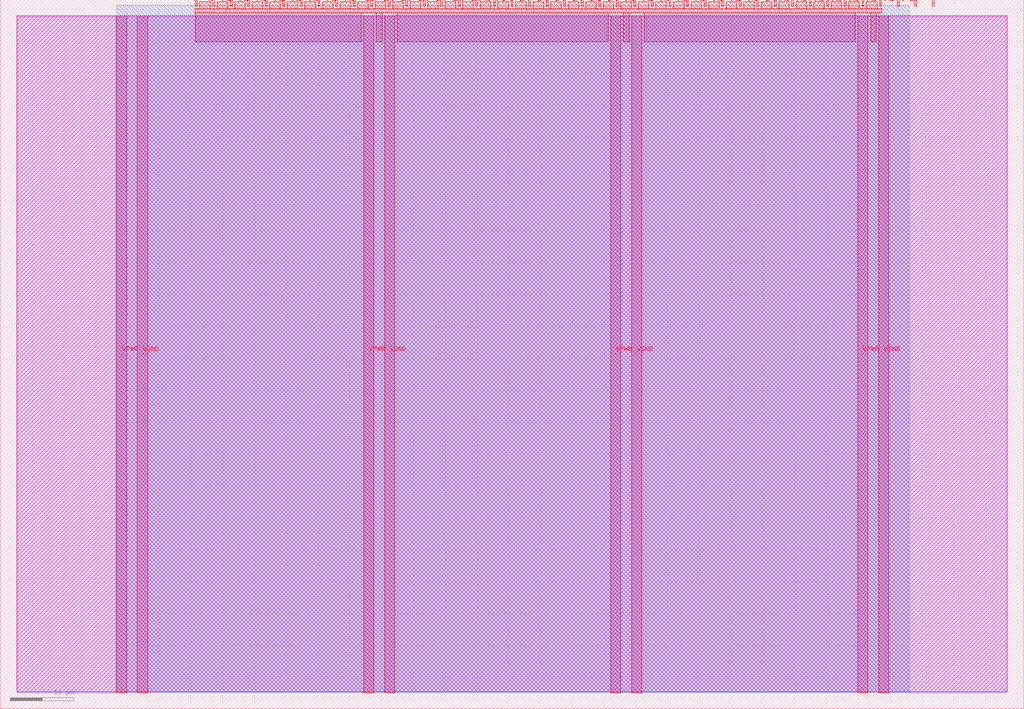
<source format=lef>
VERSION 5.7 ;
  NOWIREEXTENSIONATPIN ON ;
  DIVIDERCHAR "/" ;
  BUSBITCHARS "[]" ;
MACRO tt_um_wokwi_442166967022449665
  CLASS BLOCK ;
  FOREIGN tt_um_wokwi_442166967022449665 ;
  ORIGIN 0.000 0.000 ;
  SIZE 161.000 BY 111.520 ;
  PIN VGND
    DIRECTION INOUT ;
    USE GROUND ;
    PORT
      LAYER met4 ;
        RECT 21.580 2.480 23.180 109.040 ;
    END
    PORT
      LAYER met4 ;
        RECT 60.450 2.480 62.050 109.040 ;
    END
    PORT
      LAYER met4 ;
        RECT 99.320 2.480 100.920 109.040 ;
    END
    PORT
      LAYER met4 ;
        RECT 138.190 2.480 139.790 109.040 ;
    END
  END VGND
  PIN VPWR
    DIRECTION INOUT ;
    USE POWER ;
    PORT
      LAYER met4 ;
        RECT 18.280 2.480 19.880 109.040 ;
    END
    PORT
      LAYER met4 ;
        RECT 57.150 2.480 58.750 109.040 ;
    END
    PORT
      LAYER met4 ;
        RECT 96.020 2.480 97.620 109.040 ;
    END
    PORT
      LAYER met4 ;
        RECT 134.890 2.480 136.490 109.040 ;
    END
  END VPWR
  PIN clk
    DIRECTION INPUT ;
    USE SIGNAL ;
    PORT
      LAYER met4 ;
        RECT 143.830 110.520 144.130 111.520 ;
    END
  END clk
  PIN ena
    DIRECTION INPUT ;
    USE SIGNAL ;
    PORT
      LAYER met4 ;
        RECT 146.590 110.520 146.890 111.520 ;
    END
  END ena
  PIN rst_n
    DIRECTION INPUT ;
    USE SIGNAL ;
    PORT
      LAYER met4 ;
        RECT 141.070 110.520 141.370 111.520 ;
    END
  END rst_n
  PIN ui_in[0]
    DIRECTION INPUT ;
    USE SIGNAL ;
    ANTENNAGATEAREA 0.196500 ;
    PORT
      LAYER met4 ;
        RECT 138.310 110.520 138.610 111.520 ;
    END
  END ui_in[0]
  PIN ui_in[1]
    DIRECTION INPUT ;
    USE SIGNAL ;
    ANTENNAGATEAREA 0.196500 ;
    PORT
      LAYER met4 ;
        RECT 135.550 110.520 135.850 111.520 ;
    END
  END ui_in[1]
  PIN ui_in[2]
    DIRECTION INPUT ;
    USE SIGNAL ;
    ANTENNAGATEAREA 0.196500 ;
    PORT
      LAYER met4 ;
        RECT 132.790 110.520 133.090 111.520 ;
    END
  END ui_in[2]
  PIN ui_in[3]
    DIRECTION INPUT ;
    USE SIGNAL ;
    ANTENNAGATEAREA 0.196500 ;
    PORT
      LAYER met4 ;
        RECT 130.030 110.520 130.330 111.520 ;
    END
  END ui_in[3]
  PIN ui_in[4]
    DIRECTION INPUT ;
    USE SIGNAL ;
    ANTENNAGATEAREA 0.196500 ;
    PORT
      LAYER met4 ;
        RECT 127.270 110.520 127.570 111.520 ;
    END
  END ui_in[4]
  PIN ui_in[5]
    DIRECTION INPUT ;
    USE SIGNAL ;
    ANTENNAGATEAREA 0.196500 ;
    PORT
      LAYER met4 ;
        RECT 124.510 110.520 124.810 111.520 ;
    END
  END ui_in[5]
  PIN ui_in[6]
    DIRECTION INPUT ;
    USE SIGNAL ;
    ANTENNAGATEAREA 0.196500 ;
    PORT
      LAYER met4 ;
        RECT 121.750 110.520 122.050 111.520 ;
    END
  END ui_in[6]
  PIN ui_in[7]
    DIRECTION INPUT ;
    USE SIGNAL ;
    ANTENNAGATEAREA 0.196500 ;
    PORT
      LAYER met4 ;
        RECT 118.990 110.520 119.290 111.520 ;
    END
  END ui_in[7]
  PIN uio_in[0]
    DIRECTION INPUT ;
    USE SIGNAL ;
    PORT
      LAYER met4 ;
        RECT 116.230 110.520 116.530 111.520 ;
    END
  END uio_in[0]
  PIN uio_in[1]
    DIRECTION INPUT ;
    USE SIGNAL ;
    PORT
      LAYER met4 ;
        RECT 113.470 110.520 113.770 111.520 ;
    END
  END uio_in[1]
  PIN uio_in[2]
    DIRECTION INPUT ;
    USE SIGNAL ;
    PORT
      LAYER met4 ;
        RECT 110.710 110.520 111.010 111.520 ;
    END
  END uio_in[2]
  PIN uio_in[3]
    DIRECTION INPUT ;
    USE SIGNAL ;
    PORT
      LAYER met4 ;
        RECT 107.950 110.520 108.250 111.520 ;
    END
  END uio_in[3]
  PIN uio_in[4]
    DIRECTION INPUT ;
    USE SIGNAL ;
    PORT
      LAYER met4 ;
        RECT 105.190 110.520 105.490 111.520 ;
    END
  END uio_in[4]
  PIN uio_in[5]
    DIRECTION INPUT ;
    USE SIGNAL ;
    PORT
      LAYER met4 ;
        RECT 102.430 110.520 102.730 111.520 ;
    END
  END uio_in[5]
  PIN uio_in[6]
    DIRECTION INPUT ;
    USE SIGNAL ;
    PORT
      LAYER met4 ;
        RECT 99.670 110.520 99.970 111.520 ;
    END
  END uio_in[6]
  PIN uio_in[7]
    DIRECTION INPUT ;
    USE SIGNAL ;
    PORT
      LAYER met4 ;
        RECT 96.910 110.520 97.210 111.520 ;
    END
  END uio_in[7]
  PIN uio_oe[0]
    DIRECTION OUTPUT ;
    USE SIGNAL ;
    PORT
      LAYER met4 ;
        RECT 49.990 110.520 50.290 111.520 ;
    END
  END uio_oe[0]
  PIN uio_oe[1]
    DIRECTION OUTPUT ;
    USE SIGNAL ;
    PORT
      LAYER met4 ;
        RECT 47.230 110.520 47.530 111.520 ;
    END
  END uio_oe[1]
  PIN uio_oe[2]
    DIRECTION OUTPUT ;
    USE SIGNAL ;
    PORT
      LAYER met4 ;
        RECT 44.470 110.520 44.770 111.520 ;
    END
  END uio_oe[2]
  PIN uio_oe[3]
    DIRECTION OUTPUT ;
    USE SIGNAL ;
    PORT
      LAYER met4 ;
        RECT 41.710 110.520 42.010 111.520 ;
    END
  END uio_oe[3]
  PIN uio_oe[4]
    DIRECTION OUTPUT ;
    USE SIGNAL ;
    PORT
      LAYER met4 ;
        RECT 38.950 110.520 39.250 111.520 ;
    END
  END uio_oe[4]
  PIN uio_oe[5]
    DIRECTION OUTPUT ;
    USE SIGNAL ;
    PORT
      LAYER met4 ;
        RECT 36.190 110.520 36.490 111.520 ;
    END
  END uio_oe[5]
  PIN uio_oe[6]
    DIRECTION OUTPUT ;
    USE SIGNAL ;
    PORT
      LAYER met4 ;
        RECT 33.430 110.520 33.730 111.520 ;
    END
  END uio_oe[6]
  PIN uio_oe[7]
    DIRECTION OUTPUT ;
    USE SIGNAL ;
    PORT
      LAYER met4 ;
        RECT 30.670 110.520 30.970 111.520 ;
    END
  END uio_oe[7]
  PIN uio_out[0]
    DIRECTION OUTPUT ;
    USE SIGNAL ;
    PORT
      LAYER met4 ;
        RECT 72.070 110.520 72.370 111.520 ;
    END
  END uio_out[0]
  PIN uio_out[1]
    DIRECTION OUTPUT ;
    USE SIGNAL ;
    PORT
      LAYER met4 ;
        RECT 69.310 110.520 69.610 111.520 ;
    END
  END uio_out[1]
  PIN uio_out[2]
    DIRECTION OUTPUT ;
    USE SIGNAL ;
    PORT
      LAYER met4 ;
        RECT 66.550 110.520 66.850 111.520 ;
    END
  END uio_out[2]
  PIN uio_out[3]
    DIRECTION OUTPUT ;
    USE SIGNAL ;
    PORT
      LAYER met4 ;
        RECT 63.790 110.520 64.090 111.520 ;
    END
  END uio_out[3]
  PIN uio_out[4]
    DIRECTION OUTPUT ;
    USE SIGNAL ;
    PORT
      LAYER met4 ;
        RECT 61.030 110.520 61.330 111.520 ;
    END
  END uio_out[4]
  PIN uio_out[5]
    DIRECTION OUTPUT ;
    USE SIGNAL ;
    PORT
      LAYER met4 ;
        RECT 58.270 110.520 58.570 111.520 ;
    END
  END uio_out[5]
  PIN uio_out[6]
    DIRECTION OUTPUT ;
    USE SIGNAL ;
    PORT
      LAYER met4 ;
        RECT 55.510 110.520 55.810 111.520 ;
    END
  END uio_out[6]
  PIN uio_out[7]
    DIRECTION OUTPUT ;
    USE SIGNAL ;
    PORT
      LAYER met4 ;
        RECT 52.750 110.520 53.050 111.520 ;
    END
  END uio_out[7]
  PIN uo_out[0]
    DIRECTION OUTPUT ;
    USE SIGNAL ;
    ANTENNADIFFAREA 0.445500 ;
    PORT
      LAYER met4 ;
        RECT 94.150 110.520 94.450 111.520 ;
    END
  END uo_out[0]
  PIN uo_out[1]
    DIRECTION OUTPUT ;
    USE SIGNAL ;
    ANTENNADIFFAREA 0.445500 ;
    PORT
      LAYER met4 ;
        RECT 91.390 110.520 91.690 111.520 ;
    END
  END uo_out[1]
  PIN uo_out[2]
    DIRECTION OUTPUT ;
    USE SIGNAL ;
    ANTENNADIFFAREA 0.445500 ;
    PORT
      LAYER met4 ;
        RECT 88.630 110.520 88.930 111.520 ;
    END
  END uo_out[2]
  PIN uo_out[3]
    DIRECTION OUTPUT ;
    USE SIGNAL ;
    ANTENNADIFFAREA 0.445500 ;
    PORT
      LAYER met4 ;
        RECT 85.870 110.520 86.170 111.520 ;
    END
  END uo_out[3]
  PIN uo_out[4]
    DIRECTION OUTPUT ;
    USE SIGNAL ;
    ANTENNADIFFAREA 0.445500 ;
    PORT
      LAYER met4 ;
        RECT 83.110 110.520 83.410 111.520 ;
    END
  END uo_out[4]
  PIN uo_out[5]
    DIRECTION OUTPUT ;
    USE SIGNAL ;
    ANTENNADIFFAREA 0.445500 ;
    PORT
      LAYER met4 ;
        RECT 80.350 110.520 80.650 111.520 ;
    END
  END uo_out[5]
  PIN uo_out[6]
    DIRECTION OUTPUT ;
    USE SIGNAL ;
    PORT
      LAYER met4 ;
        RECT 77.590 110.520 77.890 111.520 ;
    END
  END uo_out[6]
  PIN uo_out[7]
    DIRECTION OUTPUT ;
    USE SIGNAL ;
    PORT
      LAYER met4 ;
        RECT 74.830 110.520 75.130 111.520 ;
    END
  END uo_out[7]
  OBS
      LAYER nwell ;
        RECT 2.570 2.635 158.430 108.990 ;
      LAYER li1 ;
        RECT 2.760 2.635 158.240 108.885 ;
      LAYER met1 ;
        RECT 2.760 2.480 158.240 109.040 ;
      LAYER met2 ;
        RECT 18.310 2.535 142.970 110.685 ;
      LAYER met3 ;
        RECT 18.290 2.555 142.995 110.665 ;
      LAYER met4 ;
        RECT 31.370 110.120 33.030 111.170 ;
        RECT 34.130 110.120 35.790 111.170 ;
        RECT 36.890 110.120 38.550 111.170 ;
        RECT 39.650 110.120 41.310 111.170 ;
        RECT 42.410 110.120 44.070 111.170 ;
        RECT 45.170 110.120 46.830 111.170 ;
        RECT 47.930 110.120 49.590 111.170 ;
        RECT 50.690 110.120 52.350 111.170 ;
        RECT 53.450 110.120 55.110 111.170 ;
        RECT 56.210 110.120 57.870 111.170 ;
        RECT 58.970 110.120 60.630 111.170 ;
        RECT 61.730 110.120 63.390 111.170 ;
        RECT 64.490 110.120 66.150 111.170 ;
        RECT 67.250 110.120 68.910 111.170 ;
        RECT 70.010 110.120 71.670 111.170 ;
        RECT 72.770 110.120 74.430 111.170 ;
        RECT 75.530 110.120 77.190 111.170 ;
        RECT 78.290 110.120 79.950 111.170 ;
        RECT 81.050 110.120 82.710 111.170 ;
        RECT 83.810 110.120 85.470 111.170 ;
        RECT 86.570 110.120 88.230 111.170 ;
        RECT 89.330 110.120 90.990 111.170 ;
        RECT 92.090 110.120 93.750 111.170 ;
        RECT 94.850 110.120 96.510 111.170 ;
        RECT 97.610 110.120 99.270 111.170 ;
        RECT 100.370 110.120 102.030 111.170 ;
        RECT 103.130 110.120 104.790 111.170 ;
        RECT 105.890 110.120 107.550 111.170 ;
        RECT 108.650 110.120 110.310 111.170 ;
        RECT 111.410 110.120 113.070 111.170 ;
        RECT 114.170 110.120 115.830 111.170 ;
        RECT 116.930 110.120 118.590 111.170 ;
        RECT 119.690 110.120 121.350 111.170 ;
        RECT 122.450 110.120 124.110 111.170 ;
        RECT 125.210 110.120 126.870 111.170 ;
        RECT 127.970 110.120 129.630 111.170 ;
        RECT 130.730 110.120 132.390 111.170 ;
        RECT 133.490 110.120 135.150 111.170 ;
        RECT 136.250 110.120 137.910 111.170 ;
        RECT 30.655 109.440 138.625 110.120 ;
        RECT 30.655 104.895 56.750 109.440 ;
        RECT 59.150 104.895 60.050 109.440 ;
        RECT 62.450 104.895 95.620 109.440 ;
        RECT 98.020 104.895 98.920 109.440 ;
        RECT 101.320 104.895 134.490 109.440 ;
        RECT 136.890 104.895 137.790 109.440 ;
  END
END tt_um_wokwi_442166967022449665
END LIBRARY


</source>
